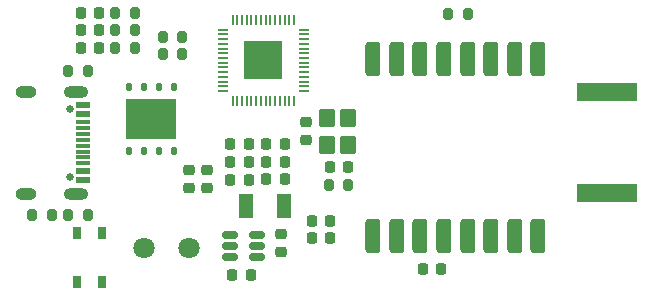
<source format=gts>
G04 #@! TF.GenerationSoftware,KiCad,Pcbnew,8.0.5-dirty*
G04 #@! TF.CreationDate,2024-10-08T17:02:33+11:00*
G04 #@! TF.ProjectId,kestral,6b657374-7261-46c2-9e6b-696361645f70,rev?*
G04 #@! TF.SameCoordinates,Original*
G04 #@! TF.FileFunction,Soldermask,Top*
G04 #@! TF.FilePolarity,Negative*
%FSLAX46Y46*%
G04 Gerber Fmt 4.6, Leading zero omitted, Abs format (unit mm)*
G04 Created by KiCad (PCBNEW 8.0.5-dirty) date 2024-10-08 17:02:33*
%MOMM*%
%LPD*%
G01*
G04 APERTURE LIST*
G04 Aperture macros list*
%AMRoundRect*
0 Rectangle with rounded corners*
0 $1 Rounding radius*
0 $2 $3 $4 $5 $6 $7 $8 $9 X,Y pos of 4 corners*
0 Add a 4 corners polygon primitive as box body*
4,1,4,$2,$3,$4,$5,$6,$7,$8,$9,$2,$3,0*
0 Add four circle primitives for the rounded corners*
1,1,$1+$1,$2,$3*
1,1,$1+$1,$4,$5*
1,1,$1+$1,$6,$7*
1,1,$1+$1,$8,$9*
0 Add four rect primitives between the rounded corners*
20,1,$1+$1,$2,$3,$4,$5,0*
20,1,$1+$1,$4,$5,$6,$7,0*
20,1,$1+$1,$6,$7,$8,$9,0*
20,1,$1+$1,$8,$9,$2,$3,0*%
G04 Aperture macros list end*
%ADD10RoundRect,0.225000X0.225000X0.250000X-0.225000X0.250000X-0.225000X-0.250000X0.225000X-0.250000X0*%
%ADD11RoundRect,0.125000X0.125000X-0.250000X0.125000X0.250000X-0.125000X0.250000X-0.125000X-0.250000X0*%
%ADD12R,4.300000X3.400000*%
%ADD13RoundRect,0.317500X-0.317500X1.157500X-0.317500X-1.157500X0.317500X-1.157500X0.317500X1.157500X0*%
%ADD14RoundRect,0.225000X-0.250000X0.225000X-0.250000X-0.225000X0.250000X-0.225000X0.250000X0.225000X0*%
%ADD15C,0.650000*%
%ADD16R,1.240000X0.600000*%
%ADD17R,1.240000X0.300000*%
%ADD18O,2.100000X1.000000*%
%ADD19O,1.800000X1.000000*%
%ADD20RoundRect,0.225000X0.250000X-0.225000X0.250000X0.225000X-0.250000X0.225000X-0.250000X-0.225000X0*%
%ADD21RoundRect,0.050000X0.050000X-0.387500X0.050000X0.387500X-0.050000X0.387500X-0.050000X-0.387500X0*%
%ADD22RoundRect,0.050000X0.387500X-0.050000X0.387500X0.050000X-0.387500X0.050000X-0.387500X-0.050000X0*%
%ADD23R,3.200000X3.200000*%
%ADD24RoundRect,0.200000X0.200000X0.275000X-0.200000X0.275000X-0.200000X-0.275000X0.200000X-0.275000X0*%
%ADD25RoundRect,0.225000X-0.225000X-0.250000X0.225000X-0.250000X0.225000X0.250000X-0.225000X0.250000X0*%
%ADD26RoundRect,0.218750X-0.218750X-0.256250X0.218750X-0.256250X0.218750X0.256250X-0.218750X0.256250X0*%
%ADD27C,1.803400*%
%ADD28RoundRect,0.150000X-0.512500X-0.150000X0.512500X-0.150000X0.512500X0.150000X-0.512500X0.150000X0*%
%ADD29RoundRect,0.102000X-0.550000X0.650000X-0.550000X-0.650000X0.550000X-0.650000X0.550000X0.650000X0*%
%ADD30RoundRect,0.200000X-0.200000X-0.275000X0.200000X-0.275000X0.200000X0.275000X-0.200000X0.275000X0*%
%ADD31R,0.650000X1.050000*%
%ADD32R,1.200000X2.000000*%
%ADD33R,5.080000X1.500000*%
G04 APERTURE END LIST*
D10*
X130005000Y-114550000D03*
X128455000Y-114550000D03*
D11*
X111400000Y-113220000D03*
X112670000Y-113220000D03*
X113940000Y-113220000D03*
X115210000Y-113220000D03*
X115210000Y-107820000D03*
X113940000Y-107820000D03*
X112670000Y-107820000D03*
X111400000Y-107820000D03*
D12*
X113305000Y-110520000D03*
D10*
X124600000Y-114115000D03*
X123050000Y-114115000D03*
D13*
X146100000Y-105375000D03*
X144100000Y-105375000D03*
X142100000Y-105375000D03*
X140100000Y-105375000D03*
X138100000Y-105375000D03*
X136100000Y-105375000D03*
X134100000Y-105375000D03*
X132100000Y-105375000D03*
X132100000Y-120425000D03*
X134100000Y-120425000D03*
X136100000Y-120425000D03*
X138100000Y-120425000D03*
X140100000Y-120425000D03*
X142100000Y-120425000D03*
X144100000Y-120425000D03*
X146100000Y-120425000D03*
D14*
X116500000Y-114800000D03*
X116500000Y-116350000D03*
D15*
X106405000Y-109610000D03*
X106405000Y-115390000D03*
D16*
X107525000Y-109300000D03*
X107525000Y-110100000D03*
D17*
X107525000Y-111250000D03*
X107525000Y-112250000D03*
X107525000Y-112750000D03*
X107525000Y-113750000D03*
D16*
X107525000Y-114900000D03*
X107525000Y-115700000D03*
X107525000Y-115700000D03*
X107525000Y-114900000D03*
D17*
X107525000Y-114250000D03*
X107525000Y-113250000D03*
X107525000Y-111750000D03*
X107525000Y-110750000D03*
D16*
X107525000Y-110100000D03*
X107525000Y-109300000D03*
D18*
X106925000Y-108180000D03*
D19*
X102725000Y-108180000D03*
D18*
X106925000Y-116820000D03*
D19*
X102725000Y-116820000D03*
D20*
X124262500Y-121750000D03*
X124262500Y-120200000D03*
D21*
X120200000Y-108970000D03*
X120600000Y-108970000D03*
X121000000Y-108970000D03*
X121400000Y-108970000D03*
X121800000Y-108970000D03*
X122200000Y-108970000D03*
X122600000Y-108970000D03*
X123000000Y-108970000D03*
X123400000Y-108970000D03*
X123800000Y-108970000D03*
X124200000Y-108970000D03*
X124600000Y-108970000D03*
X125000000Y-108970000D03*
X125400000Y-108970000D03*
D22*
X126237500Y-108132500D03*
X126237500Y-107732500D03*
X126237500Y-107332500D03*
X126237500Y-106932500D03*
X126237500Y-106532500D03*
X126237500Y-106132500D03*
X126237500Y-105732500D03*
X126237500Y-105332500D03*
X126237500Y-104932500D03*
X126237500Y-104532500D03*
X126237500Y-104132500D03*
X126237500Y-103732500D03*
X126237500Y-103332500D03*
X126237500Y-102932500D03*
D21*
X125400000Y-102095000D03*
X125000000Y-102095000D03*
X124600000Y-102095000D03*
X124200000Y-102095000D03*
X123800000Y-102095000D03*
X123400000Y-102095000D03*
X123000000Y-102095000D03*
X122600000Y-102095000D03*
X122200000Y-102095000D03*
X121800000Y-102095000D03*
X121400000Y-102095000D03*
X121000000Y-102095000D03*
X120600000Y-102095000D03*
X120200000Y-102095000D03*
D22*
X119362500Y-102932500D03*
X119362500Y-103332500D03*
X119362500Y-103732500D03*
X119362500Y-104132500D03*
X119362500Y-104532500D03*
X119362500Y-104932500D03*
X119362500Y-105332500D03*
X119362500Y-105732500D03*
X119362500Y-106132500D03*
X119362500Y-106532500D03*
X119362500Y-106932500D03*
X119362500Y-107332500D03*
X119362500Y-107732500D03*
X119362500Y-108132500D03*
D23*
X122800000Y-105532500D03*
D24*
X111925000Y-101500000D03*
X110275000Y-101500000D03*
D25*
X126925000Y-120600000D03*
X128475000Y-120600000D03*
D10*
X121550000Y-112630000D03*
X120000000Y-112630000D03*
D26*
X107325000Y-101500000D03*
X108900000Y-101500000D03*
D27*
X112689999Y-121400000D03*
X116500000Y-121400000D03*
D28*
X119987500Y-120275000D03*
X119987500Y-121225000D03*
X119987500Y-122175000D03*
X122262500Y-122175000D03*
X122262500Y-121225000D03*
X122262500Y-120275000D03*
D14*
X118010000Y-114800000D03*
X118010000Y-116350000D03*
D10*
X124600000Y-115615000D03*
X123050000Y-115615000D03*
X137875000Y-123200000D03*
X136325000Y-123200000D03*
D29*
X128200000Y-110400000D03*
X128200000Y-112700000D03*
X130000000Y-112700000D03*
X130000000Y-110400000D03*
D30*
X106275000Y-118600000D03*
X107925000Y-118600000D03*
D10*
X124600000Y-112615000D03*
X123050000Y-112615000D03*
D24*
X111925000Y-104500000D03*
X110275000Y-104500000D03*
D30*
X128350000Y-116100000D03*
X130000000Y-116100000D03*
D25*
X120187500Y-123725000D03*
X121737500Y-123725000D03*
D30*
X114275000Y-103532500D03*
X115925000Y-103532500D03*
D31*
X107025000Y-124275000D03*
X107025000Y-120125000D03*
X109175000Y-124275000D03*
X109175000Y-120125000D03*
D30*
X138450000Y-101600000D03*
X140100000Y-101600000D03*
X106275000Y-106420000D03*
X107925000Y-106420000D03*
D14*
X126455000Y-110750000D03*
X126455000Y-112300000D03*
D32*
X124562500Y-117875000D03*
X121362500Y-117875000D03*
D10*
X121550000Y-115630000D03*
X120000000Y-115630000D03*
D30*
X114275000Y-105032500D03*
X115925000Y-105032500D03*
D24*
X111925000Y-103000000D03*
X110275000Y-103000000D03*
D25*
X126925000Y-119100000D03*
X128475000Y-119100000D03*
D26*
X107325000Y-104500000D03*
X108900000Y-104500000D03*
D10*
X121550000Y-114120000D03*
X120000000Y-114120000D03*
D26*
X107325000Y-103000000D03*
X108900000Y-103000000D03*
D30*
X103250000Y-118600000D03*
X104900000Y-118600000D03*
D33*
X151937500Y-108250000D03*
X151937500Y-116750000D03*
M02*

</source>
